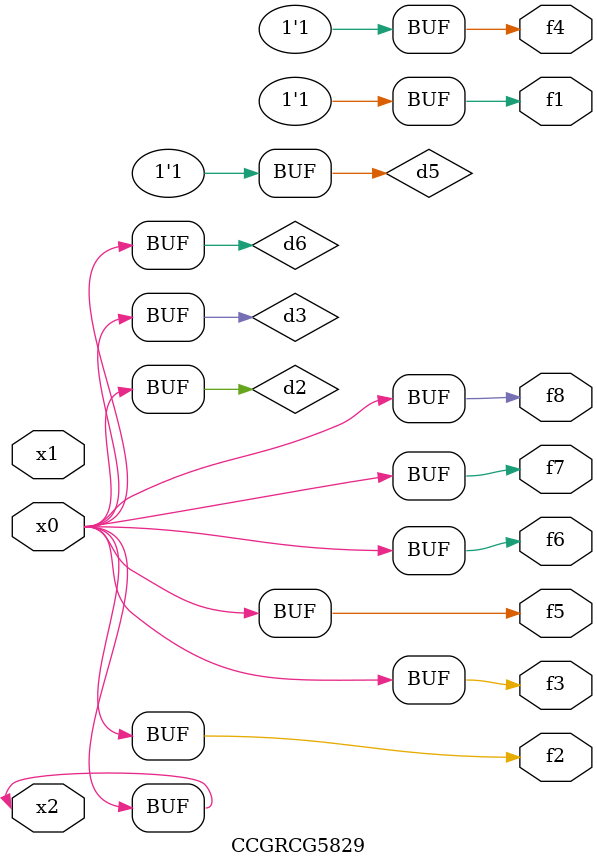
<source format=v>
module CCGRCG5829(
	input x0, x1, x2,
	output f1, f2, f3, f4, f5, f6, f7, f8
);

	wire d1, d2, d3, d4, d5, d6;

	xnor (d1, x2);
	buf (d2, x0, x2);
	and (d3, x0);
	xnor (d4, x1, x2);
	nand (d5, d1, d3);
	buf (d6, d2, d3);
	assign f1 = d5;
	assign f2 = d6;
	assign f3 = d6;
	assign f4 = d5;
	assign f5 = d6;
	assign f6 = d6;
	assign f7 = d6;
	assign f8 = d6;
endmodule

</source>
